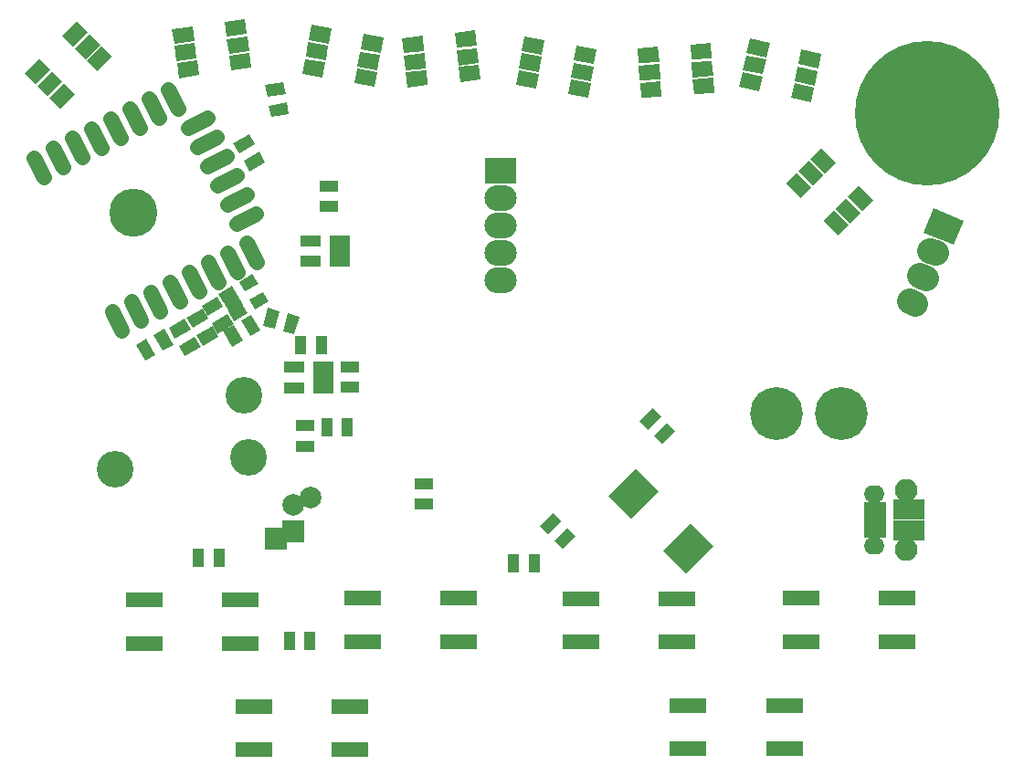
<source format=gts>
G04 #@! TF.FileFunction,Soldermask,Top*
%FSLAX46Y46*%
G04 Gerber Fmt 4.6, Leading zero omitted, Abs format (unit mm)*
G04 Created by KiCad (PCBNEW 4.0.2+dfsg1-stable) date Thu 12 Apr 2018 12:39:55 PM EDT*
%MOMM*%
G01*
G04 APERTURE LIST*
%ADD10C,0.100000*%
%ADD11C,4.464000*%
%ADD12R,1.100000X1.700000*%
%ADD13R,1.700000X1.100000*%
%ADD14C,1.400000*%
%ADD15C,2.400000*%
%ADD16R,2.000000X2.000000*%
%ADD17C,2.000000*%
%ADD18R,1.960000X1.050000*%
%ADD19R,3.500000X1.400000*%
%ADD20C,4.900000*%
%ADD21R,2.050000X0.800000*%
%ADD22O,1.900000X1.600000*%
%ADD23O,2.100000X2.100000*%
%ADD24R,2.900000X1.830000*%
%ADD25C,13.400000*%
%ADD26R,3.000000X2.400000*%
%ADD27O,3.000000X2.400000*%
%ADD28C,3.400000*%
G04 APERTURE END LIST*
D10*
D11*
X101080000Y-50100000D03*
D12*
X116590000Y-62410000D03*
X118490000Y-62410000D03*
D10*
G36*
X106013878Y-59845962D02*
X107486122Y-58995962D01*
X108036122Y-59948590D01*
X106563878Y-60798590D01*
X106013878Y-59845962D01*
X106013878Y-59845962D01*
G37*
G36*
X106963878Y-61491410D02*
X108436122Y-60641410D01*
X108986122Y-61594038D01*
X107513878Y-62444038D01*
X106963878Y-61491410D01*
X106963878Y-61491410D01*
G37*
D12*
X119020000Y-70000000D03*
X120920000Y-70000000D03*
D13*
X121170000Y-64400000D03*
X121170000Y-66300000D03*
D10*
G36*
X113306122Y-45414038D02*
X111833878Y-46264038D01*
X111283878Y-45311410D01*
X112756122Y-44461410D01*
X113306122Y-45414038D01*
X113306122Y-45414038D01*
G37*
G36*
X112356122Y-43768590D02*
X110883878Y-44618590D01*
X110333878Y-43665962D01*
X111806122Y-42815962D01*
X112356122Y-43768590D01*
X112356122Y-43768590D01*
G37*
D13*
X119220000Y-49510000D03*
X119220000Y-47610000D03*
D14*
X100012894Y-61041031D02*
X99104914Y-59259017D01*
X101794907Y-60133050D02*
X100886927Y-58351036D01*
X103576921Y-59225069D02*
X102668941Y-57443055D01*
X105358934Y-58317088D02*
X104450954Y-56535074D01*
X107140947Y-57409107D02*
X106232967Y-55627093D01*
X108922960Y-56501126D02*
X108014980Y-54719112D01*
X110704973Y-55593145D02*
X109796993Y-53811131D01*
X112486986Y-54685164D02*
X111579006Y-52903150D01*
X112453038Y-50213157D02*
X110671024Y-51121137D01*
X111545057Y-48431144D02*
X109763043Y-49339124D01*
X110637076Y-46649131D02*
X108855062Y-47557111D01*
X109729095Y-44867117D02*
X107947081Y-45775097D01*
X108821114Y-43085104D02*
X107039100Y-43993084D01*
X107913133Y-41303091D02*
X106131119Y-42211071D01*
X104315158Y-38647045D02*
X105223138Y-40429059D01*
X102533145Y-39555026D02*
X103441125Y-41337040D01*
X100751132Y-40463007D02*
X101659112Y-42245021D01*
X98969119Y-41370988D02*
X99877099Y-43153002D01*
X97187106Y-42278969D02*
X98095086Y-44060983D01*
X95405093Y-43186950D02*
X96313073Y-44968964D01*
X93623079Y-44094931D02*
X94531059Y-45876945D01*
X91841066Y-45002912D02*
X92749046Y-46784926D01*
D10*
G36*
X175218752Y-49705469D02*
X178000304Y-50829289D01*
X177101248Y-53054531D01*
X174319696Y-51930711D01*
X175218752Y-49705469D01*
X175218752Y-49705469D01*
G37*
D15*
X175486654Y-53847429D02*
X174930344Y-53622665D01*
X174535154Y-56202476D02*
X173978844Y-55977712D01*
X173583653Y-58557523D02*
X173027343Y-58332759D01*
D16*
X115900000Y-79680000D03*
D17*
X115900000Y-77180000D03*
D16*
X114300000Y-80350937D03*
D17*
X117500000Y-76509063D03*
D10*
G36*
X116448885Y-59727192D02*
X116008893Y-61369265D01*
X114946375Y-61084564D01*
X115386367Y-59442491D01*
X116448885Y-59727192D01*
X116448885Y-59727192D01*
G37*
G36*
X114613625Y-59235436D02*
X114173633Y-60877509D01*
X113111115Y-60592808D01*
X113551107Y-58950735D01*
X114613625Y-59235436D01*
X114613625Y-59235436D01*
G37*
G36*
X115507559Y-40949610D02*
X113833386Y-41244812D01*
X113642373Y-40161524D01*
X115316546Y-39866322D01*
X115507559Y-40949610D01*
X115507559Y-40949610D01*
G37*
G36*
X115177627Y-39078476D02*
X113503454Y-39373678D01*
X113312441Y-38290390D01*
X114986614Y-37995188D01*
X115177627Y-39078476D01*
X115177627Y-39078476D01*
G37*
D12*
X136320000Y-82600000D03*
X138220000Y-82600000D03*
D13*
X116960000Y-69840000D03*
X116960000Y-71740000D03*
X128020000Y-77150000D03*
X128020000Y-75250000D03*
D18*
X118720000Y-66320000D03*
X118720000Y-65370000D03*
X118720000Y-64420000D03*
X116020000Y-64420000D03*
X116020000Y-66320000D03*
X120210000Y-54590000D03*
X120210000Y-53640000D03*
X120210000Y-52690000D03*
X117510000Y-52690000D03*
X117510000Y-54590000D03*
D10*
G36*
X98100559Y-34622233D02*
X99090508Y-35612182D01*
X97747005Y-36955685D01*
X96757056Y-35965736D01*
X98100559Y-34622233D01*
X98100559Y-34622233D01*
G37*
G36*
X97004544Y-33526218D02*
X97994493Y-34516167D01*
X96650990Y-35859670D01*
X95661041Y-34869721D01*
X97004544Y-33526218D01*
X97004544Y-33526218D01*
G37*
G36*
X95837818Y-32359492D02*
X96827767Y-33349441D01*
X95484264Y-34692944D01*
X94494315Y-33702995D01*
X95837818Y-32359492D01*
X95837818Y-32359492D01*
G37*
G36*
X92372995Y-35824315D02*
X93362944Y-36814264D01*
X92019441Y-38157767D01*
X91029492Y-37167818D01*
X92372995Y-35824315D01*
X92372995Y-35824315D01*
G37*
G36*
X93504365Y-36955686D02*
X94494314Y-37945635D01*
X93150811Y-39289138D01*
X92160862Y-38299189D01*
X93504365Y-36955686D01*
X93504365Y-36955686D01*
G37*
G36*
X94635736Y-38087056D02*
X95625685Y-39077005D01*
X94282182Y-40420508D01*
X93292233Y-39430559D01*
X94635736Y-38087056D01*
X94635736Y-38087056D01*
G37*
G36*
X111842167Y-35288053D02*
X112037010Y-36674428D01*
X110155501Y-36938857D01*
X109960658Y-35552482D01*
X111842167Y-35288053D01*
X111842167Y-35288053D01*
G37*
G36*
X111626448Y-33753137D02*
X111821291Y-35139512D01*
X109939782Y-35403941D01*
X109744939Y-34017566D01*
X111626448Y-33753137D01*
X111626448Y-33753137D01*
G37*
G36*
X111396813Y-32119195D02*
X111591656Y-33505570D01*
X109710147Y-33769999D01*
X109515304Y-32383624D01*
X111396813Y-32119195D01*
X111396813Y-32119195D01*
G37*
G36*
X106544499Y-32801143D02*
X106739342Y-34187518D01*
X104857833Y-34451947D01*
X104662990Y-33065572D01*
X106544499Y-32801143D01*
X106544499Y-32801143D01*
G37*
G36*
X106767176Y-34385572D02*
X106962019Y-35771947D01*
X105080510Y-36036376D01*
X104885667Y-34650001D01*
X106767176Y-34385572D01*
X106767176Y-34385572D01*
G37*
G36*
X106989853Y-35970001D02*
X107184696Y-37356376D01*
X105303187Y-37620805D01*
X105108344Y-36234430D01*
X106989853Y-35970001D01*
X106989853Y-35970001D01*
G37*
G36*
X123702063Y-37026730D02*
X123458956Y-38405461D01*
X121587821Y-38075530D01*
X121830928Y-36696799D01*
X123702063Y-37026730D01*
X123702063Y-37026730D01*
G37*
G36*
X123971218Y-35500278D02*
X123728111Y-36879009D01*
X121856976Y-36549078D01*
X122100083Y-35170347D01*
X123971218Y-35500278D01*
X123971218Y-35500278D01*
G37*
G36*
X124257737Y-33875346D02*
X124014630Y-35254077D01*
X122143495Y-34924146D01*
X122386602Y-33545415D01*
X124257737Y-33875346D01*
X124257737Y-33875346D01*
G37*
G36*
X119432179Y-33024470D02*
X119189072Y-34403201D01*
X117317937Y-34073270D01*
X117561044Y-32694539D01*
X119432179Y-33024470D01*
X119432179Y-33024470D01*
G37*
G36*
X119154342Y-34600162D02*
X118911235Y-35978893D01*
X117040100Y-35648962D01*
X117283207Y-34270231D01*
X119154342Y-34600162D01*
X119154342Y-34600162D01*
G37*
G36*
X118876505Y-36175854D02*
X118633398Y-37554585D01*
X116762263Y-37224654D01*
X117005370Y-35845923D01*
X118876505Y-36175854D01*
X118876505Y-36175854D01*
G37*
G36*
X133095450Y-36389673D02*
X133241790Y-37782003D01*
X131352198Y-37980607D01*
X131205858Y-36588277D01*
X133095450Y-36389673D01*
X133095450Y-36389673D01*
G37*
G36*
X132933431Y-34848164D02*
X133079771Y-36240494D01*
X131190179Y-36439098D01*
X131043839Y-35046768D01*
X132933431Y-34848164D01*
X132933431Y-34848164D01*
G37*
G36*
X132760959Y-33207203D02*
X132907299Y-34599533D01*
X131017707Y-34798137D01*
X130871367Y-33405807D01*
X132760959Y-33207203D01*
X132760959Y-33207203D01*
G37*
G36*
X127887802Y-33719393D02*
X128034142Y-35111723D01*
X126144550Y-35310327D01*
X125998210Y-33917997D01*
X127887802Y-33719393D01*
X127887802Y-33719393D01*
G37*
G36*
X128055047Y-35310628D02*
X128201387Y-36702958D01*
X126311795Y-36901562D01*
X126165455Y-35509232D01*
X128055047Y-35310628D01*
X128055047Y-35310628D01*
G37*
G36*
X128222293Y-36901863D02*
X128368633Y-38294193D01*
X126479041Y-38492797D01*
X126332701Y-37100467D01*
X128222293Y-36901863D01*
X128222293Y-36901863D01*
G37*
G36*
X143472063Y-38086730D02*
X143228956Y-39465461D01*
X141357821Y-39135530D01*
X141600928Y-37756799D01*
X143472063Y-38086730D01*
X143472063Y-38086730D01*
G37*
G36*
X143741218Y-36560278D02*
X143498111Y-37939009D01*
X141626976Y-37609078D01*
X141870083Y-36230347D01*
X143741218Y-36560278D01*
X143741218Y-36560278D01*
G37*
G36*
X144027737Y-34935346D02*
X143784630Y-36314077D01*
X141913495Y-35984146D01*
X142156602Y-34605415D01*
X144027737Y-34935346D01*
X144027737Y-34935346D01*
G37*
G36*
X139202179Y-34084470D02*
X138959072Y-35463201D01*
X137087937Y-35133270D01*
X137331044Y-33754539D01*
X139202179Y-34084470D01*
X139202179Y-34084470D01*
G37*
G36*
X138924342Y-35660162D02*
X138681235Y-37038893D01*
X136810100Y-36708962D01*
X137053207Y-35330231D01*
X138924342Y-35660162D01*
X138924342Y-35660162D01*
G37*
G36*
X138646505Y-37235854D02*
X138403398Y-38614585D01*
X136532263Y-38284654D01*
X136775370Y-36905923D01*
X138646505Y-37235854D01*
X138646505Y-37235854D01*
G37*
G36*
X154824498Y-37580636D02*
X154922157Y-38977225D01*
X153026786Y-39109762D01*
X152929127Y-37713173D01*
X154824498Y-37580636D01*
X154824498Y-37580636D01*
G37*
G36*
X154716376Y-36034412D02*
X154814035Y-37431001D01*
X152918664Y-37563538D01*
X152821005Y-36166949D01*
X154716376Y-36034412D01*
X154716376Y-36034412D01*
G37*
G36*
X154601278Y-34388431D02*
X154698937Y-35785020D01*
X152803566Y-35917557D01*
X152705907Y-34520968D01*
X154601278Y-34388431D01*
X154601278Y-34388431D01*
G37*
G36*
X149713214Y-34730238D02*
X149810873Y-36126827D01*
X147915502Y-36259364D01*
X147817843Y-34862775D01*
X149713214Y-34730238D01*
X149713214Y-34730238D01*
G37*
G36*
X149824824Y-36326340D02*
X149922483Y-37722929D01*
X148027112Y-37855466D01*
X147929453Y-36458877D01*
X149824824Y-36326340D01*
X149824824Y-36326340D01*
G37*
G36*
X149936434Y-37922443D02*
X150034093Y-39319032D01*
X148138722Y-39451569D01*
X148041063Y-38054980D01*
X149936434Y-37922443D01*
X149936434Y-37922443D01*
G37*
G36*
X164198581Y-38492233D02*
X163907505Y-39861639D01*
X162049025Y-39466607D01*
X162340101Y-38097201D01*
X164198581Y-38492233D01*
X164198581Y-38492233D01*
G37*
G36*
X164520844Y-36976104D02*
X164229768Y-38345510D01*
X162371288Y-37950478D01*
X162662364Y-36581072D01*
X164520844Y-36976104D01*
X164520844Y-36976104D01*
G37*
G36*
X164863898Y-35362160D02*
X164572822Y-36731566D01*
X162714342Y-36336534D01*
X163005418Y-34967128D01*
X164863898Y-35362160D01*
X164863898Y-35362160D01*
G37*
G36*
X160070975Y-34343393D02*
X159779899Y-35712799D01*
X157921419Y-35317767D01*
X158212495Y-33948361D01*
X160070975Y-34343393D01*
X160070975Y-34343393D01*
G37*
G36*
X159738316Y-35908429D02*
X159447240Y-37277835D01*
X157588760Y-36882803D01*
X157879836Y-35513397D01*
X159738316Y-35908429D01*
X159738316Y-35908429D01*
G37*
G36*
X159405658Y-37473466D02*
X159114582Y-38842872D01*
X157256102Y-38447840D01*
X157547178Y-37078434D01*
X159405658Y-37473466D01*
X159405658Y-37473466D01*
G37*
G36*
X167387767Y-51200559D02*
X166397818Y-52190508D01*
X165054315Y-50847005D01*
X166044264Y-49857056D01*
X167387767Y-51200559D01*
X167387767Y-51200559D01*
G37*
G36*
X168483782Y-50104544D02*
X167493833Y-51094493D01*
X166150330Y-49750990D01*
X167140279Y-48761041D01*
X168483782Y-50104544D01*
X168483782Y-50104544D01*
G37*
G36*
X169650508Y-48937818D02*
X168660559Y-49927767D01*
X167317056Y-48584264D01*
X168307005Y-47594315D01*
X169650508Y-48937818D01*
X169650508Y-48937818D01*
G37*
G36*
X166185685Y-45472995D02*
X165195736Y-46462944D01*
X163852233Y-45119441D01*
X164842182Y-44129492D01*
X166185685Y-45472995D01*
X166185685Y-45472995D01*
G37*
G36*
X165054314Y-46604365D02*
X164064365Y-47594314D01*
X162720862Y-46250811D01*
X163710811Y-45260862D01*
X165054314Y-46604365D01*
X165054314Y-46604365D01*
G37*
G36*
X163922944Y-47735736D02*
X162932995Y-48725685D01*
X161589492Y-47382182D01*
X162579441Y-46392233D01*
X163922944Y-47735736D01*
X163922944Y-47735736D01*
G37*
D19*
X102055000Y-86040000D03*
X102055000Y-90040000D03*
X110965000Y-90040000D03*
X110965000Y-86040000D03*
X112275000Y-95930000D03*
X112275000Y-99930000D03*
X121185000Y-99930000D03*
X121185000Y-95930000D03*
X122335000Y-85870000D03*
X122335000Y-89870000D03*
X131245000Y-89870000D03*
X131245000Y-85870000D03*
X142535000Y-85930000D03*
X142535000Y-89930000D03*
X151445000Y-89930000D03*
X151445000Y-85930000D03*
X162955000Y-85860000D03*
X162955000Y-89860000D03*
X171865000Y-89860000D03*
X171865000Y-85860000D03*
X152515000Y-95840000D03*
X152515000Y-99840000D03*
X161425000Y-99840000D03*
X161425000Y-95840000D03*
D20*
X166700000Y-68700000D03*
X160700000Y-68700000D03*
D21*
X169860000Y-79900000D03*
X169860000Y-79250000D03*
X169860000Y-78600000D03*
X169860000Y-77950000D03*
X169860000Y-77300000D03*
D22*
X169740000Y-81020000D03*
X169740000Y-76180000D03*
D23*
X172740000Y-81330000D03*
X172740000Y-75870000D03*
D24*
X172980000Y-79560000D03*
X172980000Y-77640000D03*
D10*
G36*
X150192132Y-81467716D02*
X152737716Y-78922132D01*
X154859036Y-81043452D01*
X152313452Y-83589036D01*
X150192132Y-81467716D01*
X150192132Y-81467716D01*
G37*
G36*
X145100964Y-76376548D02*
X147646548Y-73830964D01*
X149767868Y-75952284D01*
X147222284Y-78497868D01*
X145100964Y-76376548D01*
X145100964Y-76376548D01*
G37*
G36*
X147998300Y-69450381D02*
X149200381Y-68248300D01*
X149978198Y-69026117D01*
X148776117Y-70228198D01*
X147998300Y-69450381D01*
X147998300Y-69450381D01*
G37*
G36*
X149341802Y-70793883D02*
X150543883Y-69591802D01*
X151321700Y-70369619D01*
X150119619Y-71571700D01*
X149341802Y-70793883D01*
X149341802Y-70793883D01*
G37*
D25*
X174680000Y-40850000D03*
D26*
X135128000Y-46228000D03*
D27*
X135128000Y-48768000D03*
X135128000Y-51308000D03*
X135128000Y-53848000D03*
X135128000Y-56388000D03*
D28*
X99420515Y-73880000D03*
X111285064Y-67030000D03*
X111720000Y-72783332D03*
D12*
X107120000Y-82140000D03*
X109020000Y-82140000D03*
X115560000Y-89840000D03*
X117460000Y-89840000D03*
D10*
G36*
X142091700Y-80089619D02*
X140889619Y-81291700D01*
X140111802Y-80513883D01*
X141313883Y-79311802D01*
X142091700Y-80089619D01*
X142091700Y-80089619D01*
G37*
G36*
X140748198Y-78746117D02*
X139546117Y-79948198D01*
X138768300Y-79170381D01*
X139970381Y-77968300D01*
X140748198Y-78746117D01*
X140748198Y-78746117D01*
G37*
G36*
X102185962Y-63846122D02*
X101335962Y-62373878D01*
X102288590Y-61823878D01*
X103138590Y-63296122D01*
X102185962Y-63846122D01*
X102185962Y-63846122D01*
G37*
G36*
X103831410Y-62896122D02*
X102981410Y-61423878D01*
X103934038Y-60873878D01*
X104784038Y-62346122D01*
X103831410Y-62896122D01*
X103831410Y-62896122D01*
G37*
G36*
X110366122Y-60474038D02*
X108893878Y-61324038D01*
X108343878Y-60371410D01*
X109816122Y-59521410D01*
X110366122Y-60474038D01*
X110366122Y-60474038D01*
G37*
G36*
X109416122Y-58828590D02*
X107943878Y-59678590D01*
X107393878Y-58725962D01*
X108866122Y-57875962D01*
X109416122Y-58828590D01*
X109416122Y-58828590D01*
G37*
G36*
X104353878Y-60805962D02*
X105826122Y-59955962D01*
X106376122Y-60908590D01*
X104903878Y-61758590D01*
X104353878Y-60805962D01*
X104353878Y-60805962D01*
G37*
G36*
X105303878Y-62451410D02*
X106776122Y-61601410D01*
X107326122Y-62554038D01*
X105853878Y-63404038D01*
X105303878Y-62451410D01*
X105303878Y-62451410D01*
G37*
G36*
X112014038Y-59553878D02*
X112864038Y-61026122D01*
X111911410Y-61576122D01*
X111061410Y-60103878D01*
X112014038Y-59553878D01*
X112014038Y-59553878D01*
G37*
G36*
X110368590Y-60503878D02*
X111218590Y-61976122D01*
X110265962Y-62526122D01*
X109415962Y-61053878D01*
X110368590Y-60503878D01*
X110368590Y-60503878D01*
G37*
G36*
X109482673Y-58526939D02*
X108957673Y-57617613D01*
X110222071Y-56887613D01*
X110747071Y-57796939D01*
X109482673Y-58526939D01*
X109482673Y-58526939D01*
G37*
G36*
X109957673Y-59349663D02*
X109432673Y-58440337D01*
X110697071Y-57710337D01*
X111222071Y-58619663D01*
X109957673Y-59349663D01*
X109957673Y-59349663D01*
G37*
G36*
X110432673Y-60172387D02*
X109907673Y-59263061D01*
X111172071Y-58533061D01*
X111697071Y-59442387D01*
X110432673Y-60172387D01*
X110432673Y-60172387D01*
G37*
G36*
X112337929Y-59072387D02*
X111812929Y-58163061D01*
X113077327Y-57433061D01*
X113602327Y-58342387D01*
X112337929Y-59072387D01*
X112337929Y-59072387D01*
G37*
G36*
X111387929Y-57426939D02*
X110862929Y-56517613D01*
X112127327Y-55787613D01*
X112652327Y-56696939D01*
X111387929Y-57426939D01*
X111387929Y-57426939D01*
G37*
M02*

</source>
